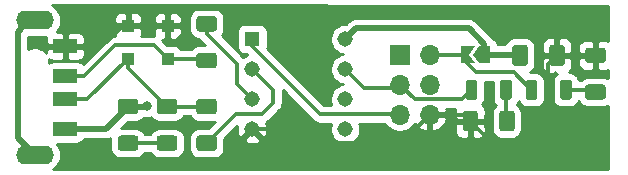
<source format=gbr>
%TF.GenerationSoftware,KiCad,Pcbnew,(5.1.10)-1*%
%TF.CreationDate,2022-01-25T20:11:50-05:00*%
%TF.ProjectId,ISP_Arduino,4953505f-4172-4647-9569-6e6f2e6b6963,rev?*%
%TF.SameCoordinates,Original*%
%TF.FileFunction,Copper,L1,Top*%
%TF.FilePolarity,Positive*%
%FSLAX46Y46*%
G04 Gerber Fmt 4.6, Leading zero omitted, Abs format (unit mm)*
G04 Created by KiCad (PCBNEW (5.1.10)-1) date 2022-01-25 20:11:50*
%MOMM*%
%LPD*%
G01*
G04 APERTURE LIST*
%TA.AperFunction,SMDPad,CuDef*%
%ADD10R,1.100000X1.100000*%
%TD*%
%TA.AperFunction,SMDPad,CuDef*%
%ADD11C,0.100000*%
%TD*%
%TA.AperFunction,ComponentPad*%
%ADD12C,1.308000*%
%TD*%
%TA.AperFunction,ComponentPad*%
%ADD13R,1.308000X1.308000*%
%TD*%
%TA.AperFunction,ComponentPad*%
%ADD14O,1.700000X1.700000*%
%TD*%
%TA.AperFunction,ComponentPad*%
%ADD15R,1.700000X1.700000*%
%TD*%
%TA.AperFunction,SMDPad,CuDef*%
%ADD16R,2.000000X1.200000*%
%TD*%
%TA.AperFunction,ComponentPad*%
%ADD17O,3.200000X1.600000*%
%TD*%
%TA.AperFunction,ViaPad*%
%ADD18C,0.800000*%
%TD*%
%TA.AperFunction,Conductor*%
%ADD19C,0.250000*%
%TD*%
%TA.AperFunction,Conductor*%
%ADD20C,0.350000*%
%TD*%
%TA.AperFunction,Conductor*%
%ADD21C,0.500000*%
%TD*%
%TA.AperFunction,Conductor*%
%ADD22C,0.254000*%
%TD*%
%TA.AperFunction,Conductor*%
%ADD23C,0.100000*%
%TD*%
G04 APERTURE END LIST*
D10*
%TO.P,D2,2*%
%TO.N,GND*%
X123800000Y-83850000D03*
%TO.P,D2,1*%
%TO.N,Net-(D2-Pad1)*%
X123800000Y-86650000D03*
%TD*%
%TO.P,D1,2*%
%TO.N,GND*%
X127150000Y-83850000D03*
%TO.P,D1,1*%
%TO.N,Net-(D1-Pad1)*%
X127150000Y-86650000D03*
%TD*%
%TA.AperFunction,SMDPad,CuDef*%
D11*
%TO.P,JP1,1*%
%TO.N,VCC*%
G36*
X152975000Y-86300000D02*
G01*
X153475000Y-85550000D01*
X154475000Y-85550000D01*
X154475000Y-87050000D01*
X153475000Y-87050000D01*
X152975000Y-86300000D01*
G37*
%TD.AperFunction*%
%TA.AperFunction,SMDPad,CuDef*%
%TO.P,JP1,2*%
%TO.N,Net-(D3-Pad2)*%
G36*
X152025000Y-85550000D02*
G01*
X153175000Y-85550000D01*
X152675000Y-86300000D01*
X153175000Y-87050000D01*
X152025000Y-87050000D01*
X152025000Y-85550000D01*
G37*
%TD.AperFunction*%
%TD*%
D12*
%TO.P,U1,7*%
%TO.N,/SCK*%
X142185000Y-87530000D03*
%TO.P,U1,6*%
%TO.N,/MISO*%
X142185000Y-90070000D03*
%TO.P,U1,8*%
%TO.N,VCC*%
X142185000Y-84990000D03*
%TO.P,U1,5*%
%TO.N,/MOSI*%
X142185000Y-92610000D03*
D13*
%TO.P,U1,1*%
%TO.N,/RST*%
X134315000Y-84990000D03*
D12*
%TO.P,U1,4*%
%TO.N,GND*%
X134315000Y-92610000D03*
%TO.P,U1,2*%
%TO.N,Net-(R4-Pad1)*%
X134315000Y-87530000D03*
%TO.P,U1,3*%
%TO.N,Net-(R3-Pad1)*%
X134315000Y-90070000D03*
%TD*%
%TO.P,R6,2*%
%TO.N,GND*%
%TA.AperFunction,SMDPad,CuDef*%
G36*
G01*
X153425000Y-91300000D02*
X153425000Y-92550000D01*
G75*
G02*
X153175000Y-92800000I-250000J0D01*
G01*
X152375000Y-92800000D01*
G75*
G02*
X152125000Y-92550000I0J250000D01*
G01*
X152125000Y-91300000D01*
G75*
G02*
X152375000Y-91050000I250000J0D01*
G01*
X153175000Y-91050000D01*
G75*
G02*
X153425000Y-91300000I0J-250000D01*
G01*
G37*
%TD.AperFunction*%
%TO.P,R6,1*%
%TO.N,Net-(D4-Pad1)*%
%TA.AperFunction,SMDPad,CuDef*%
G36*
G01*
X156525000Y-91300000D02*
X156525000Y-92550000D01*
G75*
G02*
X156275000Y-92800000I-250000J0D01*
G01*
X155475000Y-92800000D01*
G75*
G02*
X155225000Y-92550000I0J250000D01*
G01*
X155225000Y-91300000D01*
G75*
G02*
X155475000Y-91050000I250000J0D01*
G01*
X156275000Y-91050000D01*
G75*
G02*
X156525000Y-91300000I0J-250000D01*
G01*
G37*
%TD.AperFunction*%
%TD*%
%TO.P,R5,2*%
%TO.N,GND*%
%TA.AperFunction,SMDPad,CuDef*%
G36*
G01*
X164000000Y-87025000D02*
X162750000Y-87025000D01*
G75*
G02*
X162500000Y-86775000I0J250000D01*
G01*
X162500000Y-85975000D01*
G75*
G02*
X162750000Y-85725000I250000J0D01*
G01*
X164000000Y-85725000D01*
G75*
G02*
X164250000Y-85975000I0J-250000D01*
G01*
X164250000Y-86775000D01*
G75*
G02*
X164000000Y-87025000I-250000J0D01*
G01*
G37*
%TD.AperFunction*%
%TO.P,R5,1*%
%TO.N,Net-(D3-Pad1)*%
%TA.AperFunction,SMDPad,CuDef*%
G36*
G01*
X164000000Y-90125000D02*
X162750000Y-90125000D01*
G75*
G02*
X162500000Y-89875000I0J250000D01*
G01*
X162500000Y-89075000D01*
G75*
G02*
X162750000Y-88825000I250000J0D01*
G01*
X164000000Y-88825000D01*
G75*
G02*
X164250000Y-89075000I0J-250000D01*
G01*
X164250000Y-89875000D01*
G75*
G02*
X164000000Y-90125000I-250000J0D01*
G01*
G37*
%TD.AperFunction*%
%TD*%
%TO.P,R4,2*%
%TO.N,Net-(D2-Pad1)*%
%TA.AperFunction,SMDPad,CuDef*%
G36*
G01*
X131075000Y-91350000D02*
X129825000Y-91350000D01*
G75*
G02*
X129575000Y-91100000I0J250000D01*
G01*
X129575000Y-90300000D01*
G75*
G02*
X129825000Y-90050000I250000J0D01*
G01*
X131075000Y-90050000D01*
G75*
G02*
X131325000Y-90300000I0J-250000D01*
G01*
X131325000Y-91100000D01*
G75*
G02*
X131075000Y-91350000I-250000J0D01*
G01*
G37*
%TD.AperFunction*%
%TO.P,R4,1*%
%TO.N,Net-(R4-Pad1)*%
%TA.AperFunction,SMDPad,CuDef*%
G36*
G01*
X131075000Y-94450000D02*
X129825000Y-94450000D01*
G75*
G02*
X129575000Y-94200000I0J250000D01*
G01*
X129575000Y-93400000D01*
G75*
G02*
X129825000Y-93150000I250000J0D01*
G01*
X131075000Y-93150000D01*
G75*
G02*
X131325000Y-93400000I0J-250000D01*
G01*
X131325000Y-94200000D01*
G75*
G02*
X131075000Y-94450000I-250000J0D01*
G01*
G37*
%TD.AperFunction*%
%TD*%
%TO.P,R3,2*%
%TO.N,Net-(D1-Pad1)*%
%TA.AperFunction,SMDPad,CuDef*%
G36*
G01*
X129825000Y-86150000D02*
X131075000Y-86150000D01*
G75*
G02*
X131325000Y-86400000I0J-250000D01*
G01*
X131325000Y-87200000D01*
G75*
G02*
X131075000Y-87450000I-250000J0D01*
G01*
X129825000Y-87450000D01*
G75*
G02*
X129575000Y-87200000I0J250000D01*
G01*
X129575000Y-86400000D01*
G75*
G02*
X129825000Y-86150000I250000J0D01*
G01*
G37*
%TD.AperFunction*%
%TO.P,R3,1*%
%TO.N,Net-(R3-Pad1)*%
%TA.AperFunction,SMDPad,CuDef*%
G36*
G01*
X129825000Y-83050000D02*
X131075000Y-83050000D01*
G75*
G02*
X131325000Y-83300000I0J-250000D01*
G01*
X131325000Y-84100000D01*
G75*
G02*
X131075000Y-84350000I-250000J0D01*
G01*
X129825000Y-84350000D01*
G75*
G02*
X129575000Y-84100000I0J250000D01*
G01*
X129575000Y-83300000D01*
G75*
G02*
X129825000Y-83050000I250000J0D01*
G01*
G37*
%TD.AperFunction*%
%TD*%
%TO.P,R2,2*%
%TO.N,Net-(D2-Pad1)*%
%TA.AperFunction,SMDPad,CuDef*%
G36*
G01*
X127725000Y-91350000D02*
X126475000Y-91350000D01*
G75*
G02*
X126225000Y-91100000I0J250000D01*
G01*
X126225000Y-90300000D01*
G75*
G02*
X126475000Y-90050000I250000J0D01*
G01*
X127725000Y-90050000D01*
G75*
G02*
X127975000Y-90300000I0J-250000D01*
G01*
X127975000Y-91100000D01*
G75*
G02*
X127725000Y-91350000I-250000J0D01*
G01*
G37*
%TD.AperFunction*%
%TO.P,R2,1*%
%TO.N,Net-(R1-Pad1)*%
%TA.AperFunction,SMDPad,CuDef*%
G36*
G01*
X127725000Y-94450000D02*
X126475000Y-94450000D01*
G75*
G02*
X126225000Y-94200000I0J250000D01*
G01*
X126225000Y-93400000D01*
G75*
G02*
X126475000Y-93150000I250000J0D01*
G01*
X127725000Y-93150000D01*
G75*
G02*
X127975000Y-93400000I0J-250000D01*
G01*
X127975000Y-94200000D01*
G75*
G02*
X127725000Y-94450000I-250000J0D01*
G01*
G37*
%TD.AperFunction*%
%TD*%
%TO.P,R1,2*%
%TO.N,VCC*%
%TA.AperFunction,SMDPad,CuDef*%
G36*
G01*
X124425000Y-91350000D02*
X123175000Y-91350000D01*
G75*
G02*
X122925000Y-91100000I0J250000D01*
G01*
X122925000Y-90300000D01*
G75*
G02*
X123175000Y-90050000I250000J0D01*
G01*
X124425000Y-90050000D01*
G75*
G02*
X124675000Y-90300000I0J-250000D01*
G01*
X124675000Y-91100000D01*
G75*
G02*
X124425000Y-91350000I-250000J0D01*
G01*
G37*
%TD.AperFunction*%
%TO.P,R1,1*%
%TO.N,Net-(R1-Pad1)*%
%TA.AperFunction,SMDPad,CuDef*%
G36*
G01*
X124425000Y-94450000D02*
X123175000Y-94450000D01*
G75*
G02*
X122925000Y-94200000I0J250000D01*
G01*
X122925000Y-93400000D01*
G75*
G02*
X123175000Y-93150000I250000J0D01*
G01*
X124425000Y-93150000D01*
G75*
G02*
X124675000Y-93400000I0J-250000D01*
G01*
X124675000Y-94200000D01*
G75*
G02*
X124425000Y-94450000I-250000J0D01*
G01*
G37*
%TD.AperFunction*%
%TD*%
D14*
%TO.P,J2,6*%
%TO.N,GND*%
X149340000Y-91380000D03*
%TO.P,J2,5*%
%TO.N,/RST*%
X146800000Y-91380000D03*
%TO.P,J2,4*%
%TO.N,/MOSI*%
X149340000Y-88840000D03*
%TO.P,J2,3*%
%TO.N,/SCK*%
X146800000Y-88840000D03*
%TO.P,J2,2*%
%TO.N,Net-(D3-Pad2)*%
X149340000Y-86300000D03*
D15*
%TO.P,J2,1*%
%TO.N,/MISO*%
X146800000Y-86300000D03*
%TD*%
D16*
%TO.P,J1,4*%
%TO.N,GND*%
X118500000Y-85600000D03*
%TO.P,J1,1*%
%TO.N,VCC*%
X118500000Y-92600000D03*
%TO.P,J1,3*%
%TO.N,Net-(D1-Pad1)*%
X118500000Y-88100000D03*
%TO.P,J1,2*%
%TO.N,Net-(D2-Pad1)*%
X118500000Y-90100000D03*
D17*
%TO.P,J1,S1*%
%TO.N,Net-(J1-PadS1)*%
X115900000Y-83400000D03*
%TO.P,J1,S2*%
X115900000Y-94800000D03*
%TD*%
%TO.P,D4,2*%
%TO.N,/SCK*%
%TA.AperFunction,SMDPad,CuDef*%
G36*
G01*
X153365000Y-88581600D02*
X153365000Y-89968400D01*
G75*
G02*
X153198400Y-90135000I-166600J0D01*
G01*
X152551600Y-90135000D01*
G75*
G02*
X152385000Y-89968400I0J166600D01*
G01*
X152385000Y-88581600D01*
G75*
G02*
X152551600Y-88415000I166600J0D01*
G01*
X153198400Y-88415000D01*
G75*
G02*
X153365000Y-88581600I0J-166600D01*
G01*
G37*
%TD.AperFunction*%
%TO.P,D4,1*%
%TO.N,Net-(D4-Pad1)*%
%TA.AperFunction,SMDPad,CuDef*%
G36*
G01*
X156285000Y-88581600D02*
X156285000Y-89968400D01*
G75*
G02*
X156118400Y-90135000I-166600J0D01*
G01*
X155471600Y-90135000D01*
G75*
G02*
X155305000Y-89968400I0J166600D01*
G01*
X155305000Y-88581600D01*
G75*
G02*
X155471600Y-88415000I166600J0D01*
G01*
X156118400Y-88415000D01*
G75*
G02*
X156285000Y-88581600I0J-166600D01*
G01*
G37*
%TD.AperFunction*%
%TD*%
%TO.P,D3,2*%
%TO.N,Net-(D3-Pad2)*%
%TA.AperFunction,SMDPad,CuDef*%
G36*
G01*
X158440000Y-88581600D02*
X158440000Y-89968400D01*
G75*
G02*
X158273400Y-90135000I-166600J0D01*
G01*
X157626600Y-90135000D01*
G75*
G02*
X157460000Y-89968400I0J166600D01*
G01*
X157460000Y-88581600D01*
G75*
G02*
X157626600Y-88415000I166600J0D01*
G01*
X158273400Y-88415000D01*
G75*
G02*
X158440000Y-88581600I0J-166600D01*
G01*
G37*
%TD.AperFunction*%
%TO.P,D3,1*%
%TO.N,Net-(D3-Pad1)*%
%TA.AperFunction,SMDPad,CuDef*%
G36*
G01*
X161360000Y-88581600D02*
X161360000Y-89968400D01*
G75*
G02*
X161193400Y-90135000I-166600J0D01*
G01*
X160546600Y-90135000D01*
G75*
G02*
X160380000Y-89968400I0J166600D01*
G01*
X160380000Y-88581600D01*
G75*
G02*
X160546600Y-88415000I166600J0D01*
G01*
X161193400Y-88415000D01*
G75*
G02*
X161360000Y-88581600I0J-166600D01*
G01*
G37*
%TD.AperFunction*%
%TD*%
%TO.P,C1,2*%
%TO.N,GND*%
%TA.AperFunction,SMDPad,CuDef*%
G36*
G01*
X159450000Y-87025001D02*
X159450000Y-85724999D01*
G75*
G02*
X159699999Y-85475000I249999J0D01*
G01*
X160525001Y-85475000D01*
G75*
G02*
X160775000Y-85724999I0J-249999D01*
G01*
X160775000Y-87025001D01*
G75*
G02*
X160525001Y-87275000I-249999J0D01*
G01*
X159699999Y-87275000D01*
G75*
G02*
X159450000Y-87025001I0J249999D01*
G01*
G37*
%TD.AperFunction*%
%TO.P,C1,1*%
%TO.N,VCC*%
%TA.AperFunction,SMDPad,CuDef*%
G36*
G01*
X156325000Y-87025001D02*
X156325000Y-85724999D01*
G75*
G02*
X156574999Y-85475000I249999J0D01*
G01*
X157400001Y-85475000D01*
G75*
G02*
X157650000Y-85724999I0J-249999D01*
G01*
X157650000Y-87025001D01*
G75*
G02*
X157400001Y-87275000I-249999J0D01*
G01*
X156574999Y-87275000D01*
G75*
G02*
X156325000Y-87025001I0J249999D01*
G01*
G37*
%TD.AperFunction*%
%TD*%
D18*
%TO.N,GND*%
X128700000Y-83800000D03*
%TO.N,VCC*%
X125400000Y-90650000D03*
%TD*%
D19*
%TO.N,GND*%
X118500000Y-85600000D02*
X118500000Y-85550000D01*
D20*
X118500000Y-85600000D02*
X118500000Y-85500000D01*
X118500000Y-85600000D02*
X121625000Y-85600000D01*
X123375000Y-83850000D02*
X123800000Y-83850000D01*
X121625000Y-85600000D02*
X123375000Y-83850000D01*
X123800000Y-83850000D02*
X127150000Y-83850000D01*
X128650000Y-83850000D02*
X128700000Y-83800000D01*
X127150000Y-83850000D02*
X128650000Y-83850000D01*
X160112500Y-86375000D02*
X163375000Y-86375000D01*
X152230000Y-91380000D02*
X152775000Y-91925000D01*
X149340000Y-91380000D02*
X152230000Y-91380000D01*
X134315000Y-92610000D02*
X140060000Y-92610000D01*
X140060000Y-92610000D02*
X141225000Y-93775000D01*
X146945000Y-93775000D02*
X149340000Y-91380000D01*
X141225000Y-93775000D02*
X146945000Y-93775000D01*
X160112500Y-86375000D02*
X160075000Y-86375000D01*
X160075000Y-86375000D02*
X159375000Y-87075000D01*
X159375000Y-87075000D02*
X159375000Y-90875000D01*
X159375000Y-90875000D02*
X156750000Y-93500000D01*
X154350000Y-93500000D02*
X152775000Y-91925000D01*
X156750000Y-93500000D02*
X154350000Y-93500000D01*
D21*
%TO.N,VCC*%
X156912500Y-86300000D02*
X156987500Y-86375000D01*
X153975000Y-86300000D02*
X156912500Y-86300000D01*
X121900000Y-92600000D02*
X123800000Y-90700000D01*
X118500000Y-92600000D02*
X121900000Y-92600000D01*
X125350000Y-90700000D02*
X125400000Y-90650000D01*
X123800000Y-90700000D02*
X125350000Y-90700000D01*
X153975000Y-85425000D02*
X153975000Y-86300000D01*
X152625000Y-84075000D02*
X153975000Y-85425000D01*
X143100000Y-84075000D02*
X152625000Y-84075000D01*
X142185000Y-84990000D02*
X143100000Y-84075000D01*
D20*
%TO.N,Net-(D3-Pad2)*%
X149340000Y-86300000D02*
X152525000Y-86300000D01*
X152525000Y-87050000D02*
X153250000Y-87775000D01*
X152525000Y-86300000D02*
X152525000Y-87050000D01*
X156450000Y-87775000D02*
X157950000Y-89275000D01*
X153250000Y-87775000D02*
X156450000Y-87775000D01*
%TO.N,Net-(D3-Pad1)*%
X163175000Y-89275000D02*
X163375000Y-89475000D01*
X160870000Y-89275000D02*
X163175000Y-89275000D01*
%TO.N,/SCK*%
X142185000Y-87530000D02*
X143805000Y-89150000D01*
X146490000Y-89150000D02*
X146800000Y-88840000D01*
X143805000Y-89150000D02*
X146490000Y-89150000D01*
X146800000Y-88840000D02*
X148060000Y-90100000D01*
X152050000Y-90100000D02*
X152875000Y-89275000D01*
X148060000Y-90100000D02*
X152050000Y-90100000D01*
%TO.N,Net-(D4-Pad1)*%
X155795000Y-91845000D02*
X155875000Y-91925000D01*
X155795000Y-89275000D02*
X155795000Y-91845000D01*
D21*
%TO.N,Net-(J1-PadS1)*%
X114475000Y-93375000D02*
X115900000Y-94800000D01*
X114475000Y-84375000D02*
X114475000Y-93375000D01*
X115450000Y-83400000D02*
X114475000Y-84375000D01*
X115900000Y-83400000D02*
X115450000Y-83400000D01*
D20*
%TO.N,Net-(D2-Pad1)*%
X120350000Y-90100000D02*
X123800000Y-86650000D01*
X118500000Y-90100000D02*
X120350000Y-90100000D01*
X123800000Y-87400000D02*
X127100000Y-90700000D01*
X123800000Y-86650000D02*
X123800000Y-87400000D01*
X127100000Y-90700000D02*
X130450000Y-90700000D01*
%TO.N,Net-(D1-Pad1)*%
X118500000Y-88100000D02*
X120100000Y-88100000D01*
X120100000Y-88100000D02*
X122700000Y-85500000D01*
X126000000Y-85500000D02*
X127150000Y-86650000D01*
X122700000Y-85500000D02*
X126000000Y-85500000D01*
X130300000Y-86650000D02*
X130450000Y-86800000D01*
X127150000Y-86650000D02*
X130300000Y-86650000D01*
%TO.N,/RST*%
X134315000Y-84990000D02*
X134315000Y-85590000D01*
X134315000Y-85590000D02*
X140075000Y-91350000D01*
X146770000Y-91350000D02*
X146800000Y-91380000D01*
X140075000Y-91350000D02*
X146770000Y-91350000D01*
%TO.N,Net-(R1-Pad1)*%
X123800000Y-93800000D02*
X127100000Y-93800000D01*
%TO.N,Net-(R3-Pad1)*%
X130450000Y-83700000D02*
X130450000Y-84525000D01*
X130450000Y-84525000D02*
X133050000Y-87125000D01*
X133050000Y-88805000D02*
X134315000Y-90070000D01*
X133050000Y-87125000D02*
X133050000Y-88805000D01*
%TO.N,Net-(R4-Pad1)*%
X134315000Y-87530000D02*
X136075000Y-89290000D01*
X136075000Y-89290000D02*
X136075000Y-90375000D01*
X136075000Y-90375000D02*
X135100000Y-91350000D01*
X132900000Y-91350000D02*
X130450000Y-93800000D01*
X135100000Y-91350000D02*
X132900000Y-91350000D01*
%TD*%
D22*
%TO.N,GND*%
X164415001Y-82184151D02*
X164415001Y-85111479D01*
X164374482Y-85099188D01*
X164250000Y-85086928D01*
X163660750Y-85090000D01*
X163502000Y-85248750D01*
X163502000Y-86248000D01*
X163522000Y-86248000D01*
X163522000Y-86502000D01*
X163502000Y-86502000D01*
X163502000Y-87501250D01*
X163660750Y-87660000D01*
X164250000Y-87663072D01*
X164374482Y-87650812D01*
X164415001Y-87638521D01*
X164415001Y-88294697D01*
X164339850Y-88254528D01*
X164173254Y-88203992D01*
X164000000Y-88186928D01*
X162750000Y-88186928D01*
X162576746Y-88203992D01*
X162410150Y-88254528D01*
X162256614Y-88336595D01*
X162122038Y-88447038D01*
X162107297Y-88465000D01*
X161986588Y-88465000D01*
X161982610Y-88424616D01*
X161936820Y-88273665D01*
X161862460Y-88134548D01*
X161762389Y-88012611D01*
X161640452Y-87912540D01*
X161501335Y-87838180D01*
X161350384Y-87792390D01*
X161193400Y-87776928D01*
X161164354Y-87776928D01*
X161226185Y-87726185D01*
X161305537Y-87629494D01*
X161364502Y-87519180D01*
X161400812Y-87399482D01*
X161413072Y-87275000D01*
X161411822Y-87025000D01*
X161861928Y-87025000D01*
X161874188Y-87149482D01*
X161910498Y-87269180D01*
X161969463Y-87379494D01*
X162048815Y-87476185D01*
X162145506Y-87555537D01*
X162255820Y-87614502D01*
X162375518Y-87650812D01*
X162500000Y-87663072D01*
X163089250Y-87660000D01*
X163248000Y-87501250D01*
X163248000Y-86502000D01*
X162023750Y-86502000D01*
X161865000Y-86660750D01*
X161861928Y-87025000D01*
X161411822Y-87025000D01*
X161410000Y-86660750D01*
X161251250Y-86502000D01*
X160239500Y-86502000D01*
X160239500Y-86522000D01*
X159985500Y-86522000D01*
X159985500Y-86502000D01*
X158973750Y-86502000D01*
X158815000Y-86660750D01*
X158811928Y-87275000D01*
X158824188Y-87399482D01*
X158860498Y-87519180D01*
X158919463Y-87629494D01*
X158998815Y-87726185D01*
X159095506Y-87805537D01*
X159205820Y-87864502D01*
X159325518Y-87900812D01*
X159450000Y-87913072D01*
X159826750Y-87910000D01*
X159985498Y-87751252D01*
X159985498Y-87910000D01*
X160104300Y-87910000D01*
X160099548Y-87912540D01*
X159977611Y-88012611D01*
X159877540Y-88134548D01*
X159803180Y-88273665D01*
X159757390Y-88424616D01*
X159741928Y-88581600D01*
X159741928Y-89968400D01*
X159757390Y-90125384D01*
X159803180Y-90276335D01*
X159877540Y-90415452D01*
X159977611Y-90537389D01*
X160099548Y-90637460D01*
X160238665Y-90711820D01*
X160389616Y-90757610D01*
X160546600Y-90773072D01*
X161193400Y-90773072D01*
X161350384Y-90757610D01*
X161501335Y-90711820D01*
X161640452Y-90637460D01*
X161762389Y-90537389D01*
X161862460Y-90415452D01*
X161936820Y-90276335D01*
X161946078Y-90245814D01*
X162011595Y-90368386D01*
X162122038Y-90502962D01*
X162256614Y-90613405D01*
X162410150Y-90695472D01*
X162576746Y-90746008D01*
X162750000Y-90763072D01*
X164000000Y-90763072D01*
X164173254Y-90746008D01*
X164339850Y-90695472D01*
X164415000Y-90655303D01*
X164415000Y-96015000D01*
X117471040Y-96015000D01*
X117501101Y-95998932D01*
X117719608Y-95819608D01*
X117898932Y-95601101D01*
X118032182Y-95351808D01*
X118114236Y-95081309D01*
X118141943Y-94800000D01*
X118114236Y-94518691D01*
X118032182Y-94248192D01*
X117898932Y-93998899D01*
X117766945Y-93838072D01*
X119500000Y-93838072D01*
X119624482Y-93825812D01*
X119744180Y-93789502D01*
X119854494Y-93730537D01*
X119951185Y-93651185D01*
X120030537Y-93554494D01*
X120067683Y-93485000D01*
X121856531Y-93485000D01*
X121900000Y-93489281D01*
X121943469Y-93485000D01*
X121943477Y-93485000D01*
X122073490Y-93472195D01*
X122240313Y-93421589D01*
X122287274Y-93396488D01*
X122286928Y-93400000D01*
X122286928Y-94200000D01*
X122303992Y-94373254D01*
X122354528Y-94539850D01*
X122436595Y-94693386D01*
X122547038Y-94827962D01*
X122681614Y-94938405D01*
X122835150Y-95020472D01*
X123001746Y-95071008D01*
X123175000Y-95088072D01*
X124425000Y-95088072D01*
X124598254Y-95071008D01*
X124764850Y-95020472D01*
X124918386Y-94938405D01*
X125052962Y-94827962D01*
X125163405Y-94693386D01*
X125207976Y-94610000D01*
X125692024Y-94610000D01*
X125736595Y-94693386D01*
X125847038Y-94827962D01*
X125981614Y-94938405D01*
X126135150Y-95020472D01*
X126301746Y-95071008D01*
X126475000Y-95088072D01*
X127725000Y-95088072D01*
X127898254Y-95071008D01*
X128064850Y-95020472D01*
X128218386Y-94938405D01*
X128352962Y-94827962D01*
X128463405Y-94693386D01*
X128545472Y-94539850D01*
X128596008Y-94373254D01*
X128613072Y-94200000D01*
X128613072Y-93400000D01*
X128596008Y-93226746D01*
X128545472Y-93060150D01*
X128463405Y-92906614D01*
X128352962Y-92772038D01*
X128218386Y-92661595D01*
X128064850Y-92579528D01*
X127898254Y-92528992D01*
X127725000Y-92511928D01*
X126475000Y-92511928D01*
X126301746Y-92528992D01*
X126135150Y-92579528D01*
X125981614Y-92661595D01*
X125847038Y-92772038D01*
X125736595Y-92906614D01*
X125692024Y-92990000D01*
X125207976Y-92990000D01*
X125163405Y-92906614D01*
X125052962Y-92772038D01*
X124918386Y-92661595D01*
X124764850Y-92579528D01*
X124598254Y-92528992D01*
X124425000Y-92511928D01*
X123239650Y-92511928D01*
X123763507Y-91988072D01*
X124425000Y-91988072D01*
X124598254Y-91971008D01*
X124764850Y-91920472D01*
X124918386Y-91838405D01*
X125052962Y-91727962D01*
X125117667Y-91649118D01*
X125298061Y-91685000D01*
X125501939Y-91685000D01*
X125701898Y-91645226D01*
X125759543Y-91621348D01*
X125847038Y-91727962D01*
X125981614Y-91838405D01*
X126135150Y-91920472D01*
X126301746Y-91971008D01*
X126475000Y-91988072D01*
X127725000Y-91988072D01*
X127898254Y-91971008D01*
X128064850Y-91920472D01*
X128218386Y-91838405D01*
X128352962Y-91727962D01*
X128463405Y-91593386D01*
X128507976Y-91510000D01*
X129042024Y-91510000D01*
X129086595Y-91593386D01*
X129197038Y-91727962D01*
X129331614Y-91838405D01*
X129485150Y-91920472D01*
X129651746Y-91971008D01*
X129825000Y-91988072D01*
X131075000Y-91988072D01*
X131120940Y-91983547D01*
X130592560Y-92511928D01*
X129825000Y-92511928D01*
X129651746Y-92528992D01*
X129485150Y-92579528D01*
X129331614Y-92661595D01*
X129197038Y-92772038D01*
X129086595Y-92906614D01*
X129004528Y-93060150D01*
X128953992Y-93226746D01*
X128936928Y-93400000D01*
X128936928Y-94200000D01*
X128953992Y-94373254D01*
X129004528Y-94539850D01*
X129086595Y-94693386D01*
X129197038Y-94827962D01*
X129331614Y-94938405D01*
X129485150Y-95020472D01*
X129651746Y-95071008D01*
X129825000Y-95088072D01*
X131075000Y-95088072D01*
X131248254Y-95071008D01*
X131414850Y-95020472D01*
X131568386Y-94938405D01*
X131702962Y-94827962D01*
X131813405Y-94693386D01*
X131895472Y-94539850D01*
X131946008Y-94373254D01*
X131963072Y-94200000D01*
X131963072Y-93498387D01*
X133606218Y-93498387D01*
X133660093Y-93727468D01*
X133890684Y-93833763D01*
X134137581Y-93893028D01*
X134391296Y-93902988D01*
X134642079Y-93863259D01*
X134880293Y-93775368D01*
X134969907Y-93727468D01*
X135023782Y-93498387D01*
X134315000Y-92789605D01*
X133606218Y-93498387D01*
X131963072Y-93498387D01*
X131963072Y-93432440D01*
X133053779Y-92341734D01*
X133031972Y-92432581D01*
X133022012Y-92686296D01*
X133061741Y-92937079D01*
X133149632Y-93175293D01*
X133197532Y-93264907D01*
X133426613Y-93318782D01*
X134135395Y-92610000D01*
X134121253Y-92595858D01*
X134300858Y-92416253D01*
X134315000Y-92430395D01*
X134329143Y-92416253D01*
X134508748Y-92595858D01*
X134494605Y-92610000D01*
X135203387Y-93318782D01*
X135432468Y-93264907D01*
X135538763Y-93034316D01*
X135598028Y-92787419D01*
X135607988Y-92533704D01*
X135568259Y-92282921D01*
X135486664Y-92061772D01*
X135552189Y-92026749D01*
X135675528Y-91925528D01*
X135700899Y-91894613D01*
X136619618Y-90975895D01*
X136650528Y-90950528D01*
X136731418Y-90851963D01*
X136751749Y-90827190D01*
X136819256Y-90700892D01*
X136826963Y-90686473D01*
X136873280Y-90533788D01*
X136885000Y-90414791D01*
X136885000Y-90414789D01*
X136888919Y-90375001D01*
X136885000Y-90335213D01*
X136885000Y-89329788D01*
X136887177Y-89307689D01*
X139474105Y-91894618D01*
X139499472Y-91925528D01*
X139554890Y-91971008D01*
X139622810Y-92026749D01*
X139656408Y-92044707D01*
X139763527Y-92101963D01*
X139916212Y-92148280D01*
X140035209Y-92160000D01*
X140035211Y-92160000D01*
X140074999Y-92163919D01*
X140114787Y-92160000D01*
X140976192Y-92160000D01*
X140945535Y-92234013D01*
X140896000Y-92483045D01*
X140896000Y-92736955D01*
X140945535Y-92985987D01*
X141042703Y-93220570D01*
X141183768Y-93431690D01*
X141363310Y-93611232D01*
X141574430Y-93752297D01*
X141809013Y-93849465D01*
X142058045Y-93899000D01*
X142311955Y-93899000D01*
X142560987Y-93849465D01*
X142795570Y-93752297D01*
X143006690Y-93611232D01*
X143186232Y-93431690D01*
X143327297Y-93220570D01*
X143424465Y-92985987D01*
X143474000Y-92736955D01*
X143474000Y-92483045D01*
X143424465Y-92234013D01*
X143393808Y-92160000D01*
X145535185Y-92160000D01*
X145646525Y-92326632D01*
X145853368Y-92533475D01*
X146096589Y-92695990D01*
X146366842Y-92807932D01*
X146653740Y-92865000D01*
X146946260Y-92865000D01*
X147233158Y-92807932D01*
X147503411Y-92695990D01*
X147746632Y-92533475D01*
X147953475Y-92326632D01*
X148071100Y-92150594D01*
X148242412Y-92380269D01*
X148458645Y-92575178D01*
X148708748Y-92724157D01*
X148983109Y-92821481D01*
X149213000Y-92700814D01*
X149213000Y-91507000D01*
X149467000Y-91507000D01*
X149467000Y-92700814D01*
X149696891Y-92821481D01*
X149757446Y-92800000D01*
X151486928Y-92800000D01*
X151499188Y-92924482D01*
X151535498Y-93044180D01*
X151594463Y-93154494D01*
X151673815Y-93251185D01*
X151770506Y-93330537D01*
X151880820Y-93389502D01*
X152000518Y-93425812D01*
X152125000Y-93438072D01*
X152489250Y-93435000D01*
X152648000Y-93276250D01*
X152648000Y-92052000D01*
X152902000Y-92052000D01*
X152902000Y-93276250D01*
X153060750Y-93435000D01*
X153425000Y-93438072D01*
X153549482Y-93425812D01*
X153669180Y-93389502D01*
X153779494Y-93330537D01*
X153876185Y-93251185D01*
X153955537Y-93154494D01*
X154014502Y-93044180D01*
X154050812Y-92924482D01*
X154063072Y-92800000D01*
X154060000Y-92210750D01*
X153901250Y-92052000D01*
X152902000Y-92052000D01*
X152648000Y-92052000D01*
X151648750Y-92052000D01*
X151490000Y-92210750D01*
X151486928Y-92800000D01*
X149757446Y-92800000D01*
X149971252Y-92724157D01*
X150221355Y-92575178D01*
X150437588Y-92380269D01*
X150611641Y-92146920D01*
X150736825Y-91884099D01*
X150781476Y-91736890D01*
X150660155Y-91507000D01*
X149467000Y-91507000D01*
X149213000Y-91507000D01*
X149193000Y-91507000D01*
X149193000Y-91253000D01*
X149213000Y-91253000D01*
X149213000Y-91233000D01*
X149467000Y-91233000D01*
X149467000Y-91253000D01*
X150660155Y-91253000D01*
X150781476Y-91023110D01*
X150747168Y-90910000D01*
X151503895Y-90910000D01*
X151499188Y-90925518D01*
X151486928Y-91050000D01*
X151490000Y-91639250D01*
X151648750Y-91798000D01*
X152648000Y-91798000D01*
X152648000Y-91778000D01*
X152902000Y-91778000D01*
X152902000Y-91798000D01*
X153901250Y-91798000D01*
X154060000Y-91639250D01*
X154063072Y-91050000D01*
X154050812Y-90925518D01*
X154014502Y-90805820D01*
X153955537Y-90695506D01*
X153876185Y-90598815D01*
X153781051Y-90520741D01*
X153867460Y-90415452D01*
X153941820Y-90276335D01*
X153987610Y-90125384D01*
X154003072Y-89968400D01*
X154003072Y-88585000D01*
X154666928Y-88585000D01*
X154666928Y-89968400D01*
X154682390Y-90125384D01*
X154728180Y-90276335D01*
X154802540Y-90415452D01*
X154902611Y-90537389D01*
X154956860Y-90581910D01*
X154847038Y-90672038D01*
X154736595Y-90806614D01*
X154654528Y-90960150D01*
X154603992Y-91126746D01*
X154586928Y-91300000D01*
X154586928Y-92550000D01*
X154603992Y-92723254D01*
X154654528Y-92889850D01*
X154736595Y-93043386D01*
X154847038Y-93177962D01*
X154981614Y-93288405D01*
X155135150Y-93370472D01*
X155301746Y-93421008D01*
X155475000Y-93438072D01*
X156275000Y-93438072D01*
X156448254Y-93421008D01*
X156614850Y-93370472D01*
X156768386Y-93288405D01*
X156902962Y-93177962D01*
X157013405Y-93043386D01*
X157095472Y-92889850D01*
X157146008Y-92723254D01*
X157163072Y-92550000D01*
X157163072Y-91300000D01*
X157146008Y-91126746D01*
X157095472Y-90960150D01*
X157013405Y-90806614D01*
X156902962Y-90672038D01*
X156768386Y-90561595D01*
X156698278Y-90524121D01*
X156787460Y-90415452D01*
X156861820Y-90276335D01*
X156872500Y-90241127D01*
X156883180Y-90276335D01*
X156957540Y-90415452D01*
X157057611Y-90537389D01*
X157179548Y-90637460D01*
X157318665Y-90711820D01*
X157469616Y-90757610D01*
X157626600Y-90773072D01*
X158273400Y-90773072D01*
X158430384Y-90757610D01*
X158581335Y-90711820D01*
X158720452Y-90637460D01*
X158842389Y-90537389D01*
X158942460Y-90415452D01*
X159016820Y-90276335D01*
X159062610Y-90125384D01*
X159078072Y-89968400D01*
X159078072Y-88581600D01*
X159062610Y-88424616D01*
X159016820Y-88273665D01*
X158942460Y-88134548D01*
X158842389Y-88012611D01*
X158720452Y-87912540D01*
X158581335Y-87838180D01*
X158430384Y-87792390D01*
X158273400Y-87776928D01*
X157868087Y-87776928D01*
X157893387Y-87763405D01*
X158027962Y-87652962D01*
X158138405Y-87518387D01*
X158220472Y-87364851D01*
X158271008Y-87198255D01*
X158288072Y-87025001D01*
X158288072Y-85724999D01*
X158271008Y-85551745D01*
X158247728Y-85475000D01*
X158811928Y-85475000D01*
X158815000Y-86089250D01*
X158973750Y-86248000D01*
X159985500Y-86248000D01*
X159985500Y-84998750D01*
X160239500Y-84998750D01*
X160239500Y-86248000D01*
X161251250Y-86248000D01*
X161410000Y-86089250D01*
X161411821Y-85725000D01*
X161861928Y-85725000D01*
X161865000Y-86089250D01*
X162023750Y-86248000D01*
X163248000Y-86248000D01*
X163248000Y-85248750D01*
X163089250Y-85090000D01*
X162500000Y-85086928D01*
X162375518Y-85099188D01*
X162255820Y-85135498D01*
X162145506Y-85194463D01*
X162048815Y-85273815D01*
X161969463Y-85370506D01*
X161910498Y-85480820D01*
X161874188Y-85600518D01*
X161861928Y-85725000D01*
X161411821Y-85725000D01*
X161413072Y-85475000D01*
X161400812Y-85350518D01*
X161364502Y-85230820D01*
X161305537Y-85120506D01*
X161226185Y-85023815D01*
X161129494Y-84944463D01*
X161019180Y-84885498D01*
X160899482Y-84849188D01*
X160775000Y-84836928D01*
X160398250Y-84840000D01*
X160239500Y-84998750D01*
X159985500Y-84998750D01*
X159826750Y-84840000D01*
X159450000Y-84836928D01*
X159325518Y-84849188D01*
X159205820Y-84885498D01*
X159095506Y-84944463D01*
X158998815Y-85023815D01*
X158919463Y-85120506D01*
X158860498Y-85230820D01*
X158824188Y-85350518D01*
X158811928Y-85475000D01*
X158247728Y-85475000D01*
X158220472Y-85385149D01*
X158138405Y-85231613D01*
X158027962Y-85097038D01*
X157893387Y-84986595D01*
X157739851Y-84904528D01*
X157573255Y-84853992D01*
X157400001Y-84836928D01*
X156574999Y-84836928D01*
X156401745Y-84853992D01*
X156235149Y-84904528D01*
X156081613Y-84986595D01*
X155947038Y-85097038D01*
X155836595Y-85231613D01*
X155754528Y-85385149D01*
X155745473Y-85415000D01*
X155097621Y-85415000D01*
X155064502Y-85305820D01*
X155005537Y-85195506D01*
X154926185Y-85098815D01*
X154829494Y-85019463D01*
X154734621Y-84968751D01*
X154714411Y-84930941D01*
X154666095Y-84872068D01*
X154631532Y-84829953D01*
X154631530Y-84829951D01*
X154603817Y-84796183D01*
X154570050Y-84768471D01*
X153281534Y-83479956D01*
X153253817Y-83446183D01*
X153119059Y-83335589D01*
X152965313Y-83253411D01*
X152798490Y-83202805D01*
X152668477Y-83190000D01*
X152668469Y-83190000D01*
X152625000Y-83185719D01*
X152581531Y-83190000D01*
X143143465Y-83190000D01*
X143099999Y-83185719D01*
X143056533Y-83190000D01*
X143056523Y-83190000D01*
X142926510Y-83202805D01*
X142759687Y-83253411D01*
X142605941Y-83335589D01*
X142576452Y-83359790D01*
X142504953Y-83418468D01*
X142504951Y-83418470D01*
X142471183Y-83446183D01*
X142443470Y-83479951D01*
X142222421Y-83701000D01*
X142058045Y-83701000D01*
X141809013Y-83750535D01*
X141574430Y-83847703D01*
X141363310Y-83988768D01*
X141183768Y-84168310D01*
X141042703Y-84379430D01*
X140945535Y-84614013D01*
X140896000Y-84863045D01*
X140896000Y-85116955D01*
X140945535Y-85365987D01*
X141042703Y-85600570D01*
X141183768Y-85811690D01*
X141363310Y-85991232D01*
X141574430Y-86132297D01*
X141809013Y-86229465D01*
X141962524Y-86260000D01*
X141809013Y-86290535D01*
X141574430Y-86387703D01*
X141363310Y-86528768D01*
X141183768Y-86708310D01*
X141042703Y-86919430D01*
X140945535Y-87154013D01*
X140896000Y-87403045D01*
X140896000Y-87656955D01*
X140945535Y-87905987D01*
X141042703Y-88140570D01*
X141183768Y-88351690D01*
X141363310Y-88531232D01*
X141574430Y-88672297D01*
X141809013Y-88769465D01*
X141962524Y-88800000D01*
X141809013Y-88830535D01*
X141574430Y-88927703D01*
X141363310Y-89068768D01*
X141183768Y-89248310D01*
X141042703Y-89459430D01*
X140945535Y-89694013D01*
X140896000Y-89943045D01*
X140896000Y-90196955D01*
X140945535Y-90445987D01*
X140984477Y-90540000D01*
X140410513Y-90540000D01*
X135598773Y-85728261D01*
X135607072Y-85644000D01*
X135607072Y-84336000D01*
X135594812Y-84211518D01*
X135558502Y-84091820D01*
X135499537Y-83981506D01*
X135420185Y-83884815D01*
X135323494Y-83805463D01*
X135213180Y-83746498D01*
X135093482Y-83710188D01*
X134969000Y-83697928D01*
X133661000Y-83697928D01*
X133536518Y-83710188D01*
X133416820Y-83746498D01*
X133306506Y-83805463D01*
X133209815Y-83884815D01*
X133130463Y-83981506D01*
X133071498Y-84091820D01*
X133035188Y-84211518D01*
X133022928Y-84336000D01*
X133022928Y-85644000D01*
X133035188Y-85768482D01*
X133071498Y-85888180D01*
X133130463Y-85998494D01*
X133209815Y-86095185D01*
X133306506Y-86174537D01*
X133416820Y-86233502D01*
X133536518Y-86269812D01*
X133661000Y-86282072D01*
X133861560Y-86282072D01*
X133890230Y-86310742D01*
X133704430Y-86387703D01*
X133556835Y-86486322D01*
X131746014Y-84675502D01*
X131813405Y-84593386D01*
X131895472Y-84439850D01*
X131946008Y-84273254D01*
X131963072Y-84100000D01*
X131963072Y-83300000D01*
X131946008Y-83126746D01*
X131895472Y-82960150D01*
X131813405Y-82806614D01*
X131702962Y-82672038D01*
X131568386Y-82561595D01*
X131414850Y-82479528D01*
X131248254Y-82428992D01*
X131075000Y-82411928D01*
X129825000Y-82411928D01*
X129651746Y-82428992D01*
X129485150Y-82479528D01*
X129331614Y-82561595D01*
X129197038Y-82672038D01*
X129086595Y-82806614D01*
X129004528Y-82960150D01*
X128953992Y-83126746D01*
X128936928Y-83300000D01*
X128936928Y-84100000D01*
X128953992Y-84273254D01*
X129004528Y-84439850D01*
X129086595Y-84593386D01*
X129197038Y-84727962D01*
X129331614Y-84838405D01*
X129485150Y-84920472D01*
X129651746Y-84971008D01*
X129778417Y-84983484D01*
X129817850Y-85031532D01*
X129874473Y-85100528D01*
X129905383Y-85125895D01*
X130291416Y-85511928D01*
X129825000Y-85511928D01*
X129651746Y-85528992D01*
X129485150Y-85579528D01*
X129331614Y-85661595D01*
X129197038Y-85772038D01*
X129141263Y-85840000D01*
X128281046Y-85840000D01*
X128230537Y-85745506D01*
X128151185Y-85648815D01*
X128054494Y-85569463D01*
X127944180Y-85510498D01*
X127824482Y-85474188D01*
X127700000Y-85461928D01*
X127107440Y-85461928D01*
X126682624Y-85037111D01*
X126864250Y-85035000D01*
X127023000Y-84876250D01*
X127023000Y-83977000D01*
X127277000Y-83977000D01*
X127277000Y-84876250D01*
X127435750Y-85035000D01*
X127700000Y-85038072D01*
X127824482Y-85025812D01*
X127944180Y-84989502D01*
X128054494Y-84930537D01*
X128151185Y-84851185D01*
X128230537Y-84754494D01*
X128289502Y-84644180D01*
X128325812Y-84524482D01*
X128338072Y-84400000D01*
X128335000Y-84135750D01*
X128176250Y-83977000D01*
X127277000Y-83977000D01*
X127023000Y-83977000D01*
X126123750Y-83977000D01*
X125965000Y-84135750D01*
X125961928Y-84400000D01*
X125974188Y-84524482D01*
X126010498Y-84644180D01*
X126034723Y-84689501D01*
X126000000Y-84686081D01*
X125960212Y-84690000D01*
X124915010Y-84690000D01*
X124939502Y-84644180D01*
X124975812Y-84524482D01*
X124988072Y-84400000D01*
X124985000Y-84135750D01*
X124826250Y-83977000D01*
X123927000Y-83977000D01*
X123927000Y-83997000D01*
X123673000Y-83997000D01*
X123673000Y-83977000D01*
X122773750Y-83977000D01*
X122615000Y-84135750D01*
X122611928Y-84400000D01*
X122624188Y-84524482D01*
X122660498Y-84644180D01*
X122683750Y-84687681D01*
X122660211Y-84690000D01*
X122660209Y-84690000D01*
X122541212Y-84701720D01*
X122388527Y-84748037D01*
X122336060Y-84776081D01*
X122247810Y-84823251D01*
X122192210Y-84868881D01*
X122124472Y-84924472D01*
X122099105Y-84955382D01*
X119975746Y-87078742D01*
X119951185Y-87048815D01*
X119854494Y-86969463D01*
X119744180Y-86910498D01*
X119624482Y-86874188D01*
X119500000Y-86861928D01*
X117500000Y-86861928D01*
X117375518Y-86874188D01*
X117255820Y-86910498D01*
X117145506Y-86969463D01*
X117072542Y-87029343D01*
X117085000Y-86966712D01*
X117085000Y-86733288D01*
X117072542Y-86670657D01*
X117145506Y-86730537D01*
X117255820Y-86789502D01*
X117375518Y-86825812D01*
X117500000Y-86838072D01*
X118214250Y-86835000D01*
X118373000Y-86676250D01*
X118373000Y-85727000D01*
X118627000Y-85727000D01*
X118627000Y-86676250D01*
X118785750Y-86835000D01*
X119500000Y-86838072D01*
X119624482Y-86825812D01*
X119744180Y-86789502D01*
X119854494Y-86730537D01*
X119951185Y-86651185D01*
X120030537Y-86554494D01*
X120089502Y-86444180D01*
X120125812Y-86324482D01*
X120138072Y-86200000D01*
X120135000Y-85885750D01*
X119976250Y-85727000D01*
X118627000Y-85727000D01*
X118373000Y-85727000D01*
X117023750Y-85727000D01*
X116865000Y-85885750D01*
X116862345Y-86157307D01*
X116820450Y-86094606D01*
X116655394Y-85929550D01*
X116461308Y-85799866D01*
X116245652Y-85710539D01*
X116016712Y-85665000D01*
X115783288Y-85665000D01*
X115554348Y-85710539D01*
X115360000Y-85791040D01*
X115360000Y-84835000D01*
X116770492Y-84835000D01*
X116890051Y-84823224D01*
X116874188Y-84875518D01*
X116861928Y-85000000D01*
X116865000Y-85314250D01*
X117023750Y-85473000D01*
X118373000Y-85473000D01*
X118373000Y-84523750D01*
X118627000Y-84523750D01*
X118627000Y-85473000D01*
X119976250Y-85473000D01*
X120135000Y-85314250D01*
X120138072Y-85000000D01*
X120125812Y-84875518D01*
X120089502Y-84755820D01*
X120030537Y-84645506D01*
X119951185Y-84548815D01*
X119854494Y-84469463D01*
X119744180Y-84410498D01*
X119624482Y-84374188D01*
X119500000Y-84361928D01*
X118785750Y-84365000D01*
X118627000Y-84523750D01*
X118373000Y-84523750D01*
X118214250Y-84365000D01*
X117766006Y-84363072D01*
X117898932Y-84201101D01*
X118032182Y-83951808D01*
X118114236Y-83681309D01*
X118141943Y-83400000D01*
X118132094Y-83300000D01*
X122611928Y-83300000D01*
X122615000Y-83564250D01*
X122773750Y-83723000D01*
X123673000Y-83723000D01*
X123673000Y-82823750D01*
X123927000Y-82823750D01*
X123927000Y-83723000D01*
X124826250Y-83723000D01*
X124985000Y-83564250D01*
X124988072Y-83300000D01*
X125961928Y-83300000D01*
X125965000Y-83564250D01*
X126123750Y-83723000D01*
X127023000Y-83723000D01*
X127023000Y-82823750D01*
X127277000Y-82823750D01*
X127277000Y-83723000D01*
X128176250Y-83723000D01*
X128335000Y-83564250D01*
X128338072Y-83300000D01*
X128325812Y-83175518D01*
X128289502Y-83055820D01*
X128230537Y-82945506D01*
X128151185Y-82848815D01*
X128054494Y-82769463D01*
X127944180Y-82710498D01*
X127824482Y-82674188D01*
X127700000Y-82661928D01*
X127435750Y-82665000D01*
X127277000Y-82823750D01*
X127023000Y-82823750D01*
X126864250Y-82665000D01*
X126600000Y-82661928D01*
X126475518Y-82674188D01*
X126355820Y-82710498D01*
X126245506Y-82769463D01*
X126148815Y-82848815D01*
X126069463Y-82945506D01*
X126010498Y-83055820D01*
X125974188Y-83175518D01*
X125961928Y-83300000D01*
X124988072Y-83300000D01*
X124975812Y-83175518D01*
X124939502Y-83055820D01*
X124880537Y-82945506D01*
X124801185Y-82848815D01*
X124704494Y-82769463D01*
X124594180Y-82710498D01*
X124474482Y-82674188D01*
X124350000Y-82661928D01*
X124085750Y-82665000D01*
X123927000Y-82823750D01*
X123673000Y-82823750D01*
X123514250Y-82665000D01*
X123250000Y-82661928D01*
X123125518Y-82674188D01*
X123005820Y-82710498D01*
X122895506Y-82769463D01*
X122798815Y-82848815D01*
X122719463Y-82945506D01*
X122660498Y-83055820D01*
X122624188Y-83175518D01*
X122611928Y-83300000D01*
X118132094Y-83300000D01*
X118114236Y-83118691D01*
X118032182Y-82848192D01*
X117898932Y-82598899D01*
X117719608Y-82380392D01*
X117501101Y-82201068D01*
X117385010Y-82139016D01*
X164415001Y-82184151D01*
%TA.AperFunction,Conductor*%
D23*
G36*
X164415001Y-82184151D02*
G01*
X164415001Y-85111479D01*
X164374482Y-85099188D01*
X164250000Y-85086928D01*
X163660750Y-85090000D01*
X163502000Y-85248750D01*
X163502000Y-86248000D01*
X163522000Y-86248000D01*
X163522000Y-86502000D01*
X163502000Y-86502000D01*
X163502000Y-87501250D01*
X163660750Y-87660000D01*
X164250000Y-87663072D01*
X164374482Y-87650812D01*
X164415001Y-87638521D01*
X164415001Y-88294697D01*
X164339850Y-88254528D01*
X164173254Y-88203992D01*
X164000000Y-88186928D01*
X162750000Y-88186928D01*
X162576746Y-88203992D01*
X162410150Y-88254528D01*
X162256614Y-88336595D01*
X162122038Y-88447038D01*
X162107297Y-88465000D01*
X161986588Y-88465000D01*
X161982610Y-88424616D01*
X161936820Y-88273665D01*
X161862460Y-88134548D01*
X161762389Y-88012611D01*
X161640452Y-87912540D01*
X161501335Y-87838180D01*
X161350384Y-87792390D01*
X161193400Y-87776928D01*
X161164354Y-87776928D01*
X161226185Y-87726185D01*
X161305537Y-87629494D01*
X161364502Y-87519180D01*
X161400812Y-87399482D01*
X161413072Y-87275000D01*
X161411822Y-87025000D01*
X161861928Y-87025000D01*
X161874188Y-87149482D01*
X161910498Y-87269180D01*
X161969463Y-87379494D01*
X162048815Y-87476185D01*
X162145506Y-87555537D01*
X162255820Y-87614502D01*
X162375518Y-87650812D01*
X162500000Y-87663072D01*
X163089250Y-87660000D01*
X163248000Y-87501250D01*
X163248000Y-86502000D01*
X162023750Y-86502000D01*
X161865000Y-86660750D01*
X161861928Y-87025000D01*
X161411822Y-87025000D01*
X161410000Y-86660750D01*
X161251250Y-86502000D01*
X160239500Y-86502000D01*
X160239500Y-86522000D01*
X159985500Y-86522000D01*
X159985500Y-86502000D01*
X158973750Y-86502000D01*
X158815000Y-86660750D01*
X158811928Y-87275000D01*
X158824188Y-87399482D01*
X158860498Y-87519180D01*
X158919463Y-87629494D01*
X158998815Y-87726185D01*
X159095506Y-87805537D01*
X159205820Y-87864502D01*
X159325518Y-87900812D01*
X159450000Y-87913072D01*
X159826750Y-87910000D01*
X159985498Y-87751252D01*
X159985498Y-87910000D01*
X160104300Y-87910000D01*
X160099548Y-87912540D01*
X159977611Y-88012611D01*
X159877540Y-88134548D01*
X159803180Y-88273665D01*
X159757390Y-88424616D01*
X159741928Y-88581600D01*
X159741928Y-89968400D01*
X159757390Y-90125384D01*
X159803180Y-90276335D01*
X159877540Y-90415452D01*
X159977611Y-90537389D01*
X160099548Y-90637460D01*
X160238665Y-90711820D01*
X160389616Y-90757610D01*
X160546600Y-90773072D01*
X161193400Y-90773072D01*
X161350384Y-90757610D01*
X161501335Y-90711820D01*
X161640452Y-90637460D01*
X161762389Y-90537389D01*
X161862460Y-90415452D01*
X161936820Y-90276335D01*
X161946078Y-90245814D01*
X162011595Y-90368386D01*
X162122038Y-90502962D01*
X162256614Y-90613405D01*
X162410150Y-90695472D01*
X162576746Y-90746008D01*
X162750000Y-90763072D01*
X164000000Y-90763072D01*
X164173254Y-90746008D01*
X164339850Y-90695472D01*
X164415000Y-90655303D01*
X164415000Y-96015000D01*
X117471040Y-96015000D01*
X117501101Y-95998932D01*
X117719608Y-95819608D01*
X117898932Y-95601101D01*
X118032182Y-95351808D01*
X118114236Y-95081309D01*
X118141943Y-94800000D01*
X118114236Y-94518691D01*
X118032182Y-94248192D01*
X117898932Y-93998899D01*
X117766945Y-93838072D01*
X119500000Y-93838072D01*
X119624482Y-93825812D01*
X119744180Y-93789502D01*
X119854494Y-93730537D01*
X119951185Y-93651185D01*
X120030537Y-93554494D01*
X120067683Y-93485000D01*
X121856531Y-93485000D01*
X121900000Y-93489281D01*
X121943469Y-93485000D01*
X121943477Y-93485000D01*
X122073490Y-93472195D01*
X122240313Y-93421589D01*
X122287274Y-93396488D01*
X122286928Y-93400000D01*
X122286928Y-94200000D01*
X122303992Y-94373254D01*
X122354528Y-94539850D01*
X122436595Y-94693386D01*
X122547038Y-94827962D01*
X122681614Y-94938405D01*
X122835150Y-95020472D01*
X123001746Y-95071008D01*
X123175000Y-95088072D01*
X124425000Y-95088072D01*
X124598254Y-95071008D01*
X124764850Y-95020472D01*
X124918386Y-94938405D01*
X125052962Y-94827962D01*
X125163405Y-94693386D01*
X125207976Y-94610000D01*
X125692024Y-94610000D01*
X125736595Y-94693386D01*
X125847038Y-94827962D01*
X125981614Y-94938405D01*
X126135150Y-95020472D01*
X126301746Y-95071008D01*
X126475000Y-95088072D01*
X127725000Y-95088072D01*
X127898254Y-95071008D01*
X128064850Y-95020472D01*
X128218386Y-94938405D01*
X128352962Y-94827962D01*
X128463405Y-94693386D01*
X128545472Y-94539850D01*
X128596008Y-94373254D01*
X128613072Y-94200000D01*
X128613072Y-93400000D01*
X128596008Y-93226746D01*
X128545472Y-93060150D01*
X128463405Y-92906614D01*
X128352962Y-92772038D01*
X128218386Y-92661595D01*
X128064850Y-92579528D01*
X127898254Y-92528992D01*
X127725000Y-92511928D01*
X126475000Y-92511928D01*
X126301746Y-92528992D01*
X126135150Y-92579528D01*
X125981614Y-92661595D01*
X125847038Y-92772038D01*
X125736595Y-92906614D01*
X125692024Y-92990000D01*
X125207976Y-92990000D01*
X125163405Y-92906614D01*
X125052962Y-92772038D01*
X124918386Y-92661595D01*
X124764850Y-92579528D01*
X124598254Y-92528992D01*
X124425000Y-92511928D01*
X123239650Y-92511928D01*
X123763507Y-91988072D01*
X124425000Y-91988072D01*
X124598254Y-91971008D01*
X124764850Y-91920472D01*
X124918386Y-91838405D01*
X125052962Y-91727962D01*
X125117667Y-91649118D01*
X125298061Y-91685000D01*
X125501939Y-91685000D01*
X125701898Y-91645226D01*
X125759543Y-91621348D01*
X125847038Y-91727962D01*
X125981614Y-91838405D01*
X126135150Y-91920472D01*
X126301746Y-91971008D01*
X126475000Y-91988072D01*
X127725000Y-91988072D01*
X127898254Y-91971008D01*
X128064850Y-91920472D01*
X128218386Y-91838405D01*
X128352962Y-91727962D01*
X128463405Y-91593386D01*
X128507976Y-91510000D01*
X129042024Y-91510000D01*
X129086595Y-91593386D01*
X129197038Y-91727962D01*
X129331614Y-91838405D01*
X129485150Y-91920472D01*
X129651746Y-91971008D01*
X129825000Y-91988072D01*
X131075000Y-91988072D01*
X131120940Y-91983547D01*
X130592560Y-92511928D01*
X129825000Y-92511928D01*
X129651746Y-92528992D01*
X129485150Y-92579528D01*
X129331614Y-92661595D01*
X129197038Y-92772038D01*
X129086595Y-92906614D01*
X129004528Y-93060150D01*
X128953992Y-93226746D01*
X128936928Y-93400000D01*
X128936928Y-94200000D01*
X128953992Y-94373254D01*
X129004528Y-94539850D01*
X129086595Y-94693386D01*
X129197038Y-94827962D01*
X129331614Y-94938405D01*
X129485150Y-95020472D01*
X129651746Y-95071008D01*
X129825000Y-95088072D01*
X131075000Y-95088072D01*
X131248254Y-95071008D01*
X131414850Y-95020472D01*
X131568386Y-94938405D01*
X131702962Y-94827962D01*
X131813405Y-94693386D01*
X131895472Y-94539850D01*
X131946008Y-94373254D01*
X131963072Y-94200000D01*
X131963072Y-93498387D01*
X133606218Y-93498387D01*
X133660093Y-93727468D01*
X133890684Y-93833763D01*
X134137581Y-93893028D01*
X134391296Y-93902988D01*
X134642079Y-93863259D01*
X134880293Y-93775368D01*
X134969907Y-93727468D01*
X135023782Y-93498387D01*
X134315000Y-92789605D01*
X133606218Y-93498387D01*
X131963072Y-93498387D01*
X131963072Y-93432440D01*
X133053779Y-92341734D01*
X133031972Y-92432581D01*
X133022012Y-92686296D01*
X133061741Y-92937079D01*
X133149632Y-93175293D01*
X133197532Y-93264907D01*
X133426613Y-93318782D01*
X134135395Y-92610000D01*
X134121253Y-92595858D01*
X134300858Y-92416253D01*
X134315000Y-92430395D01*
X134329143Y-92416253D01*
X134508748Y-92595858D01*
X134494605Y-92610000D01*
X135203387Y-93318782D01*
X135432468Y-93264907D01*
X135538763Y-93034316D01*
X135598028Y-92787419D01*
X135607988Y-92533704D01*
X135568259Y-92282921D01*
X135486664Y-92061772D01*
X135552189Y-92026749D01*
X135675528Y-91925528D01*
X135700899Y-91894613D01*
X136619618Y-90975895D01*
X136650528Y-90950528D01*
X136731418Y-90851963D01*
X136751749Y-90827190D01*
X136819256Y-90700892D01*
X136826963Y-90686473D01*
X136873280Y-90533788D01*
X136885000Y-90414791D01*
X136885000Y-90414789D01*
X136888919Y-90375001D01*
X136885000Y-90335213D01*
X136885000Y-89329788D01*
X136887177Y-89307689D01*
X139474105Y-91894618D01*
X139499472Y-91925528D01*
X139554890Y-91971008D01*
X139622810Y-92026749D01*
X139656408Y-92044707D01*
X139763527Y-92101963D01*
X139916212Y-92148280D01*
X140035209Y-92160000D01*
X140035211Y-92160000D01*
X140074999Y-92163919D01*
X140114787Y-92160000D01*
X140976192Y-92160000D01*
X140945535Y-92234013D01*
X140896000Y-92483045D01*
X140896000Y-92736955D01*
X140945535Y-92985987D01*
X141042703Y-93220570D01*
X141183768Y-93431690D01*
X141363310Y-93611232D01*
X141574430Y-93752297D01*
X141809013Y-93849465D01*
X142058045Y-93899000D01*
X142311955Y-93899000D01*
X142560987Y-93849465D01*
X142795570Y-93752297D01*
X143006690Y-93611232D01*
X143186232Y-93431690D01*
X143327297Y-93220570D01*
X143424465Y-92985987D01*
X143474000Y-92736955D01*
X143474000Y-92483045D01*
X143424465Y-92234013D01*
X143393808Y-92160000D01*
X145535185Y-92160000D01*
X145646525Y-92326632D01*
X145853368Y-92533475D01*
X146096589Y-92695990D01*
X146366842Y-92807932D01*
X146653740Y-92865000D01*
X146946260Y-92865000D01*
X147233158Y-92807932D01*
X147503411Y-92695990D01*
X147746632Y-92533475D01*
X147953475Y-92326632D01*
X148071100Y-92150594D01*
X148242412Y-92380269D01*
X148458645Y-92575178D01*
X148708748Y-92724157D01*
X148983109Y-92821481D01*
X149213000Y-92700814D01*
X149213000Y-91507000D01*
X149467000Y-91507000D01*
X149467000Y-92700814D01*
X149696891Y-92821481D01*
X149757446Y-92800000D01*
X151486928Y-92800000D01*
X151499188Y-92924482D01*
X151535498Y-93044180D01*
X151594463Y-93154494D01*
X151673815Y-93251185D01*
X151770506Y-93330537D01*
X151880820Y-93389502D01*
X152000518Y-93425812D01*
X152125000Y-93438072D01*
X152489250Y-93435000D01*
X152648000Y-93276250D01*
X152648000Y-92052000D01*
X152902000Y-92052000D01*
X152902000Y-93276250D01*
X153060750Y-93435000D01*
X153425000Y-93438072D01*
X153549482Y-93425812D01*
X153669180Y-93389502D01*
X153779494Y-93330537D01*
X153876185Y-93251185D01*
X153955537Y-93154494D01*
X154014502Y-93044180D01*
X154050812Y-92924482D01*
X154063072Y-92800000D01*
X154060000Y-92210750D01*
X153901250Y-92052000D01*
X152902000Y-92052000D01*
X152648000Y-92052000D01*
X151648750Y-92052000D01*
X151490000Y-92210750D01*
X151486928Y-92800000D01*
X149757446Y-92800000D01*
X149971252Y-92724157D01*
X150221355Y-92575178D01*
X150437588Y-92380269D01*
X150611641Y-92146920D01*
X150736825Y-91884099D01*
X150781476Y-91736890D01*
X150660155Y-91507000D01*
X149467000Y-91507000D01*
X149213000Y-91507000D01*
X149193000Y-91507000D01*
X149193000Y-91253000D01*
X149213000Y-91253000D01*
X149213000Y-91233000D01*
X149467000Y-91233000D01*
X149467000Y-91253000D01*
X150660155Y-91253000D01*
X150781476Y-91023110D01*
X150747168Y-90910000D01*
X151503895Y-90910000D01*
X151499188Y-90925518D01*
X151486928Y-91050000D01*
X151490000Y-91639250D01*
X151648750Y-91798000D01*
X152648000Y-91798000D01*
X152648000Y-91778000D01*
X152902000Y-91778000D01*
X152902000Y-91798000D01*
X153901250Y-91798000D01*
X154060000Y-91639250D01*
X154063072Y-91050000D01*
X154050812Y-90925518D01*
X154014502Y-90805820D01*
X153955537Y-90695506D01*
X153876185Y-90598815D01*
X153781051Y-90520741D01*
X153867460Y-90415452D01*
X153941820Y-90276335D01*
X153987610Y-90125384D01*
X154003072Y-89968400D01*
X154003072Y-88585000D01*
X154666928Y-88585000D01*
X154666928Y-89968400D01*
X154682390Y-90125384D01*
X154728180Y-90276335D01*
X154802540Y-90415452D01*
X154902611Y-90537389D01*
X154956860Y-90581910D01*
X154847038Y-90672038D01*
X154736595Y-90806614D01*
X154654528Y-90960150D01*
X154603992Y-91126746D01*
X154586928Y-91300000D01*
X154586928Y-92550000D01*
X154603992Y-92723254D01*
X154654528Y-92889850D01*
X154736595Y-93043386D01*
X154847038Y-93177962D01*
X154981614Y-93288405D01*
X155135150Y-93370472D01*
X155301746Y-93421008D01*
X155475000Y-93438072D01*
X156275000Y-93438072D01*
X156448254Y-93421008D01*
X156614850Y-93370472D01*
X156768386Y-93288405D01*
X156902962Y-93177962D01*
X157013405Y-93043386D01*
X157095472Y-92889850D01*
X157146008Y-92723254D01*
X157163072Y-92550000D01*
X157163072Y-91300000D01*
X157146008Y-91126746D01*
X157095472Y-90960150D01*
X157013405Y-90806614D01*
X156902962Y-90672038D01*
X156768386Y-90561595D01*
X156698278Y-90524121D01*
X156787460Y-90415452D01*
X156861820Y-90276335D01*
X156872500Y-90241127D01*
X156883180Y-90276335D01*
X156957540Y-90415452D01*
X157057611Y-90537389D01*
X157179548Y-90637460D01*
X157318665Y-90711820D01*
X157469616Y-90757610D01*
X157626600Y-90773072D01*
X158273400Y-90773072D01*
X158430384Y-90757610D01*
X158581335Y-90711820D01*
X158720452Y-90637460D01*
X158842389Y-90537389D01*
X158942460Y-90415452D01*
X159016820Y-90276335D01*
X159062610Y-90125384D01*
X159078072Y-89968400D01*
X159078072Y-88581600D01*
X159062610Y-88424616D01*
X159016820Y-88273665D01*
X158942460Y-88134548D01*
X158842389Y-88012611D01*
X158720452Y-87912540D01*
X158581335Y-87838180D01*
X158430384Y-87792390D01*
X158273400Y-87776928D01*
X157868087Y-87776928D01*
X157893387Y-87763405D01*
X158027962Y-87652962D01*
X158138405Y-87518387D01*
X158220472Y-87364851D01*
X158271008Y-87198255D01*
X158288072Y-87025001D01*
X158288072Y-85724999D01*
X158271008Y-85551745D01*
X158247728Y-85475000D01*
X158811928Y-85475000D01*
X158815000Y-86089250D01*
X158973750Y-86248000D01*
X159985500Y-86248000D01*
X159985500Y-84998750D01*
X160239500Y-84998750D01*
X160239500Y-86248000D01*
X161251250Y-86248000D01*
X161410000Y-86089250D01*
X161411821Y-85725000D01*
X161861928Y-85725000D01*
X161865000Y-86089250D01*
X162023750Y-86248000D01*
X163248000Y-86248000D01*
X163248000Y-85248750D01*
X163089250Y-85090000D01*
X162500000Y-85086928D01*
X162375518Y-85099188D01*
X162255820Y-85135498D01*
X162145506Y-85194463D01*
X162048815Y-85273815D01*
X161969463Y-85370506D01*
X161910498Y-85480820D01*
X161874188Y-85600518D01*
X161861928Y-85725000D01*
X161411821Y-85725000D01*
X161413072Y-85475000D01*
X161400812Y-85350518D01*
X161364502Y-85230820D01*
X161305537Y-85120506D01*
X161226185Y-85023815D01*
X161129494Y-84944463D01*
X161019180Y-84885498D01*
X160899482Y-84849188D01*
X160775000Y-84836928D01*
X160398250Y-84840000D01*
X160239500Y-84998750D01*
X159985500Y-84998750D01*
X159826750Y-84840000D01*
X159450000Y-84836928D01*
X159325518Y-84849188D01*
X159205820Y-84885498D01*
X159095506Y-84944463D01*
X158998815Y-85023815D01*
X158919463Y-85120506D01*
X158860498Y-85230820D01*
X158824188Y-85350518D01*
X158811928Y-85475000D01*
X158247728Y-85475000D01*
X158220472Y-85385149D01*
X158138405Y-85231613D01*
X158027962Y-85097038D01*
X157893387Y-84986595D01*
X157739851Y-84904528D01*
X157573255Y-84853992D01*
X157400001Y-84836928D01*
X156574999Y-84836928D01*
X156401745Y-84853992D01*
X156235149Y-84904528D01*
X156081613Y-84986595D01*
X155947038Y-85097038D01*
X155836595Y-85231613D01*
X155754528Y-85385149D01*
X155745473Y-85415000D01*
X155097621Y-85415000D01*
X155064502Y-85305820D01*
X155005537Y-85195506D01*
X154926185Y-85098815D01*
X154829494Y-85019463D01*
X154734621Y-84968751D01*
X154714411Y-84930941D01*
X154666095Y-84872068D01*
X154631532Y-84829953D01*
X154631530Y-84829951D01*
X154603817Y-84796183D01*
X154570050Y-84768471D01*
X153281534Y-83479956D01*
X153253817Y-83446183D01*
X153119059Y-83335589D01*
X152965313Y-83253411D01*
X152798490Y-83202805D01*
X152668477Y-83190000D01*
X152668469Y-83190000D01*
X152625000Y-83185719D01*
X152581531Y-83190000D01*
X143143465Y-83190000D01*
X143099999Y-83185719D01*
X143056533Y-83190000D01*
X143056523Y-83190000D01*
X142926510Y-83202805D01*
X142759687Y-83253411D01*
X142605941Y-83335589D01*
X142576452Y-83359790D01*
X142504953Y-83418468D01*
X142504951Y-83418470D01*
X142471183Y-83446183D01*
X142443470Y-83479951D01*
X142222421Y-83701000D01*
X142058045Y-83701000D01*
X141809013Y-83750535D01*
X141574430Y-83847703D01*
X141363310Y-83988768D01*
X141183768Y-84168310D01*
X141042703Y-84379430D01*
X140945535Y-84614013D01*
X140896000Y-84863045D01*
X140896000Y-85116955D01*
X140945535Y-85365987D01*
X141042703Y-85600570D01*
X141183768Y-85811690D01*
X141363310Y-85991232D01*
X141574430Y-86132297D01*
X141809013Y-86229465D01*
X141962524Y-86260000D01*
X141809013Y-86290535D01*
X141574430Y-86387703D01*
X141363310Y-86528768D01*
X141183768Y-86708310D01*
X141042703Y-86919430D01*
X140945535Y-87154013D01*
X140896000Y-87403045D01*
X140896000Y-87656955D01*
X140945535Y-87905987D01*
X141042703Y-88140570D01*
X141183768Y-88351690D01*
X141363310Y-88531232D01*
X141574430Y-88672297D01*
X141809013Y-88769465D01*
X141962524Y-88800000D01*
X141809013Y-88830535D01*
X141574430Y-88927703D01*
X141363310Y-89068768D01*
X141183768Y-89248310D01*
X141042703Y-89459430D01*
X140945535Y-89694013D01*
X140896000Y-89943045D01*
X140896000Y-90196955D01*
X140945535Y-90445987D01*
X140984477Y-90540000D01*
X140410513Y-90540000D01*
X135598773Y-85728261D01*
X135607072Y-85644000D01*
X135607072Y-84336000D01*
X135594812Y-84211518D01*
X135558502Y-84091820D01*
X135499537Y-83981506D01*
X135420185Y-83884815D01*
X135323494Y-83805463D01*
X135213180Y-83746498D01*
X135093482Y-83710188D01*
X134969000Y-83697928D01*
X133661000Y-83697928D01*
X133536518Y-83710188D01*
X133416820Y-83746498D01*
X133306506Y-83805463D01*
X133209815Y-83884815D01*
X133130463Y-83981506D01*
X133071498Y-84091820D01*
X133035188Y-84211518D01*
X133022928Y-84336000D01*
X133022928Y-85644000D01*
X133035188Y-85768482D01*
X133071498Y-85888180D01*
X133130463Y-85998494D01*
X133209815Y-86095185D01*
X133306506Y-86174537D01*
X133416820Y-86233502D01*
X133536518Y-86269812D01*
X133661000Y-86282072D01*
X133861560Y-86282072D01*
X133890230Y-86310742D01*
X133704430Y-86387703D01*
X133556835Y-86486322D01*
X131746014Y-84675502D01*
X131813405Y-84593386D01*
X131895472Y-84439850D01*
X131946008Y-84273254D01*
X131963072Y-84100000D01*
X131963072Y-83300000D01*
X131946008Y-83126746D01*
X131895472Y-82960150D01*
X131813405Y-82806614D01*
X131702962Y-82672038D01*
X131568386Y-82561595D01*
X131414850Y-82479528D01*
X131248254Y-82428992D01*
X131075000Y-82411928D01*
X129825000Y-82411928D01*
X129651746Y-82428992D01*
X129485150Y-82479528D01*
X129331614Y-82561595D01*
X129197038Y-82672038D01*
X129086595Y-82806614D01*
X129004528Y-82960150D01*
X128953992Y-83126746D01*
X128936928Y-83300000D01*
X128936928Y-84100000D01*
X128953992Y-84273254D01*
X129004528Y-84439850D01*
X129086595Y-84593386D01*
X129197038Y-84727962D01*
X129331614Y-84838405D01*
X129485150Y-84920472D01*
X129651746Y-84971008D01*
X129778417Y-84983484D01*
X129817850Y-85031532D01*
X129874473Y-85100528D01*
X129905383Y-85125895D01*
X130291416Y-85511928D01*
X129825000Y-85511928D01*
X129651746Y-85528992D01*
X129485150Y-85579528D01*
X129331614Y-85661595D01*
X129197038Y-85772038D01*
X129141263Y-85840000D01*
X128281046Y-85840000D01*
X128230537Y-85745506D01*
X128151185Y-85648815D01*
X128054494Y-85569463D01*
X127944180Y-85510498D01*
X127824482Y-85474188D01*
X127700000Y-85461928D01*
X127107440Y-85461928D01*
X126682624Y-85037111D01*
X126864250Y-85035000D01*
X127023000Y-84876250D01*
X127023000Y-83977000D01*
X127277000Y-83977000D01*
X127277000Y-84876250D01*
X127435750Y-85035000D01*
X127700000Y-85038072D01*
X127824482Y-85025812D01*
X127944180Y-84989502D01*
X128054494Y-84930537D01*
X128151185Y-84851185D01*
X128230537Y-84754494D01*
X128289502Y-84644180D01*
X128325812Y-84524482D01*
X128338072Y-84400000D01*
X128335000Y-84135750D01*
X128176250Y-83977000D01*
X127277000Y-83977000D01*
X127023000Y-83977000D01*
X126123750Y-83977000D01*
X125965000Y-84135750D01*
X125961928Y-84400000D01*
X125974188Y-84524482D01*
X126010498Y-84644180D01*
X126034723Y-84689501D01*
X126000000Y-84686081D01*
X125960212Y-84690000D01*
X124915010Y-84690000D01*
X124939502Y-84644180D01*
X124975812Y-84524482D01*
X124988072Y-84400000D01*
X124985000Y-84135750D01*
X124826250Y-83977000D01*
X123927000Y-83977000D01*
X123927000Y-83997000D01*
X123673000Y-83997000D01*
X123673000Y-83977000D01*
X122773750Y-83977000D01*
X122615000Y-84135750D01*
X122611928Y-84400000D01*
X122624188Y-84524482D01*
X122660498Y-84644180D01*
X122683750Y-84687681D01*
X122660211Y-84690000D01*
X122660209Y-84690000D01*
X122541212Y-84701720D01*
X122388527Y-84748037D01*
X122336060Y-84776081D01*
X122247810Y-84823251D01*
X122192210Y-84868881D01*
X122124472Y-84924472D01*
X122099105Y-84955382D01*
X119975746Y-87078742D01*
X119951185Y-87048815D01*
X119854494Y-86969463D01*
X119744180Y-86910498D01*
X119624482Y-86874188D01*
X119500000Y-86861928D01*
X117500000Y-86861928D01*
X117375518Y-86874188D01*
X117255820Y-86910498D01*
X117145506Y-86969463D01*
X117072542Y-87029343D01*
X117085000Y-86966712D01*
X117085000Y-86733288D01*
X117072542Y-86670657D01*
X117145506Y-86730537D01*
X117255820Y-86789502D01*
X117375518Y-86825812D01*
X117500000Y-86838072D01*
X118214250Y-86835000D01*
X118373000Y-86676250D01*
X118373000Y-85727000D01*
X118627000Y-85727000D01*
X118627000Y-86676250D01*
X118785750Y-86835000D01*
X119500000Y-86838072D01*
X119624482Y-86825812D01*
X119744180Y-86789502D01*
X119854494Y-86730537D01*
X119951185Y-86651185D01*
X120030537Y-86554494D01*
X120089502Y-86444180D01*
X120125812Y-86324482D01*
X120138072Y-86200000D01*
X120135000Y-85885750D01*
X119976250Y-85727000D01*
X118627000Y-85727000D01*
X118373000Y-85727000D01*
X117023750Y-85727000D01*
X116865000Y-85885750D01*
X116862345Y-86157307D01*
X116820450Y-86094606D01*
X116655394Y-85929550D01*
X116461308Y-85799866D01*
X116245652Y-85710539D01*
X116016712Y-85665000D01*
X115783288Y-85665000D01*
X115554348Y-85710539D01*
X115360000Y-85791040D01*
X115360000Y-84835000D01*
X116770492Y-84835000D01*
X116890051Y-84823224D01*
X116874188Y-84875518D01*
X116861928Y-85000000D01*
X116865000Y-85314250D01*
X117023750Y-85473000D01*
X118373000Y-85473000D01*
X118373000Y-84523750D01*
X118627000Y-84523750D01*
X118627000Y-85473000D01*
X119976250Y-85473000D01*
X120135000Y-85314250D01*
X120138072Y-85000000D01*
X120125812Y-84875518D01*
X120089502Y-84755820D01*
X120030537Y-84645506D01*
X119951185Y-84548815D01*
X119854494Y-84469463D01*
X119744180Y-84410498D01*
X119624482Y-84374188D01*
X119500000Y-84361928D01*
X118785750Y-84365000D01*
X118627000Y-84523750D01*
X118373000Y-84523750D01*
X118214250Y-84365000D01*
X117766006Y-84363072D01*
X117898932Y-84201101D01*
X118032182Y-83951808D01*
X118114236Y-83681309D01*
X118141943Y-83400000D01*
X118132094Y-83300000D01*
X122611928Y-83300000D01*
X122615000Y-83564250D01*
X122773750Y-83723000D01*
X123673000Y-83723000D01*
X123673000Y-82823750D01*
X123927000Y-82823750D01*
X123927000Y-83723000D01*
X124826250Y-83723000D01*
X124985000Y-83564250D01*
X124988072Y-83300000D01*
X125961928Y-83300000D01*
X125965000Y-83564250D01*
X126123750Y-83723000D01*
X127023000Y-83723000D01*
X127023000Y-82823750D01*
X127277000Y-82823750D01*
X127277000Y-83723000D01*
X128176250Y-83723000D01*
X128335000Y-83564250D01*
X128338072Y-83300000D01*
X128325812Y-83175518D01*
X128289502Y-83055820D01*
X128230537Y-82945506D01*
X128151185Y-82848815D01*
X128054494Y-82769463D01*
X127944180Y-82710498D01*
X127824482Y-82674188D01*
X127700000Y-82661928D01*
X127435750Y-82665000D01*
X127277000Y-82823750D01*
X127023000Y-82823750D01*
X126864250Y-82665000D01*
X126600000Y-82661928D01*
X126475518Y-82674188D01*
X126355820Y-82710498D01*
X126245506Y-82769463D01*
X126148815Y-82848815D01*
X126069463Y-82945506D01*
X126010498Y-83055820D01*
X125974188Y-83175518D01*
X125961928Y-83300000D01*
X124988072Y-83300000D01*
X124975812Y-83175518D01*
X124939502Y-83055820D01*
X124880537Y-82945506D01*
X124801185Y-82848815D01*
X124704494Y-82769463D01*
X124594180Y-82710498D01*
X124474482Y-82674188D01*
X124350000Y-82661928D01*
X124085750Y-82665000D01*
X123927000Y-82823750D01*
X123673000Y-82823750D01*
X123514250Y-82665000D01*
X123250000Y-82661928D01*
X123125518Y-82674188D01*
X123005820Y-82710498D01*
X122895506Y-82769463D01*
X122798815Y-82848815D01*
X122719463Y-82945506D01*
X122660498Y-83055820D01*
X122624188Y-83175518D01*
X122611928Y-83300000D01*
X118132094Y-83300000D01*
X118114236Y-83118691D01*
X118032182Y-82848192D01*
X117898932Y-82598899D01*
X117719608Y-82380392D01*
X117501101Y-82201068D01*
X117385010Y-82139016D01*
X164415001Y-82184151D01*
G37*
%TD.AperFunction*%
%TD*%
M02*

</source>
